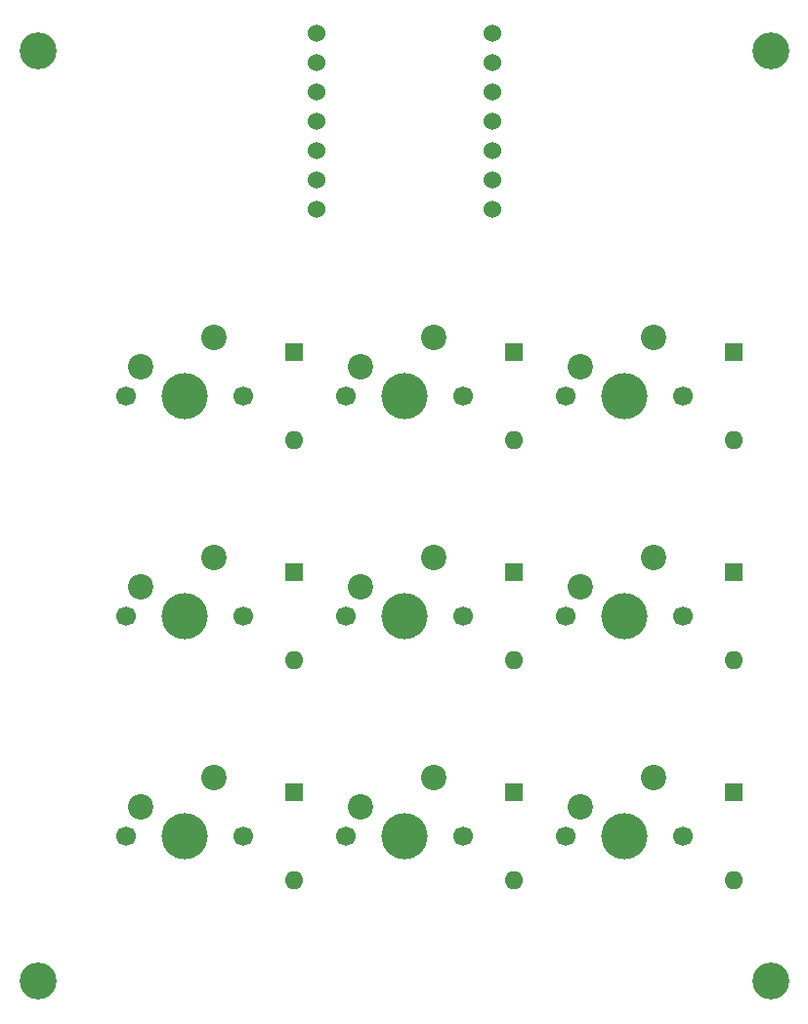
<source format=gbr>
%TF.GenerationSoftware,KiCad,Pcbnew,8.0.8*%
%TF.CreationDate,2025-02-15T18:33:02+00:00*%
%TF.ProjectId,kawaiipad_pcb,6b617761-6969-4706-9164-5f7063622e6b,rev?*%
%TF.SameCoordinates,Original*%
%TF.FileFunction,Soldermask,Bot*%
%TF.FilePolarity,Negative*%
%FSLAX46Y46*%
G04 Gerber Fmt 4.6, Leading zero omitted, Abs format (unit mm)*
G04 Created by KiCad (PCBNEW 8.0.8) date 2025-02-15 18:33:02*
%MOMM*%
%LPD*%
G01*
G04 APERTURE LIST*
%ADD10C,3.200000*%
%ADD11C,1.700000*%
%ADD12C,4.000000*%
%ADD13C,2.200000*%
%ADD14C,1.524000*%
%ADD15R,1.600000X1.600000*%
%ADD16O,1.600000X1.600000*%
G04 APERTURE END LIST*
D10*
%TO.C,REF\u002A\u002A*%
X186500000Y-53500000D03*
%TD*%
%TO.C,REF\u002A\u002A*%
X186500000Y-134000000D03*
%TD*%
%TO.C,REF\u002A\u002A*%
X123000000Y-134000000D03*
%TD*%
%TO.C,REF\u002A\u002A*%
X123000000Y-53500000D03*
%TD*%
D11*
%TO.C,SW7*%
X130651250Y-121443750D03*
D12*
X135731250Y-121443750D03*
D11*
X140811250Y-121443750D03*
D13*
X138271250Y-116363750D03*
X131921250Y-118903750D03*
%TD*%
D14*
%TO.C,U1*%
X147161250Y-51911250D03*
X147161250Y-54451250D03*
X147161250Y-56991250D03*
X147161250Y-59531250D03*
X147161250Y-62071250D03*
X147161250Y-64611250D03*
X147161250Y-67151250D03*
X162401250Y-67151250D03*
X162401250Y-64611250D03*
X162401250Y-62071250D03*
X162401250Y-59531250D03*
X162401250Y-56991250D03*
X162401250Y-54451250D03*
X162401250Y-51911250D03*
%TD*%
D11*
%TO.C,SW8*%
X149701250Y-121443750D03*
D12*
X154781250Y-121443750D03*
D11*
X159861250Y-121443750D03*
D13*
X157321250Y-116363750D03*
X150971250Y-118903750D03*
%TD*%
D11*
%TO.C,SW3*%
X168751250Y-83343750D03*
D12*
X173831250Y-83343750D03*
D11*
X178911250Y-83343750D03*
D13*
X176371250Y-78263750D03*
X170021250Y-80803750D03*
%TD*%
D11*
%TO.C,SW6*%
X168751250Y-102393750D03*
D12*
X173831250Y-102393750D03*
D11*
X178911250Y-102393750D03*
D13*
X176371250Y-97313750D03*
X170021250Y-99853750D03*
%TD*%
D11*
%TO.C,SW4*%
X130651250Y-102393750D03*
D12*
X135731250Y-102393750D03*
D11*
X140811250Y-102393750D03*
D13*
X138271250Y-97313750D03*
X131921250Y-99853750D03*
%TD*%
D11*
%TO.C,SW2*%
X149701250Y-83343750D03*
D12*
X154781250Y-83343750D03*
D11*
X159861250Y-83343750D03*
D13*
X157321250Y-78263750D03*
X150971250Y-80803750D03*
%TD*%
D11*
%TO.C,SW9*%
X168751250Y-121443750D03*
D12*
X173831250Y-121443750D03*
D11*
X178911250Y-121443750D03*
D13*
X176371250Y-116363750D03*
X170021250Y-118903750D03*
%TD*%
D11*
%TO.C,SW1*%
X130651250Y-83343750D03*
D12*
X135731250Y-83343750D03*
D11*
X140811250Y-83343750D03*
D13*
X138271250Y-78263750D03*
X131921250Y-80803750D03*
%TD*%
D11*
%TO.C,SW5*%
X149701250Y-102393750D03*
D12*
X154781250Y-102393750D03*
D11*
X159861250Y-102393750D03*
D13*
X157321250Y-97313750D03*
X150971250Y-99853750D03*
%TD*%
D15*
%TO.C,D9*%
X183356250Y-117633750D03*
D16*
X183356250Y-125253750D03*
%TD*%
D15*
%TO.C,D5*%
X164306250Y-98583750D03*
D16*
X164306250Y-106203750D03*
%TD*%
D15*
%TO.C,D1*%
X145256250Y-79533750D03*
D16*
X145256250Y-87153750D03*
%TD*%
D15*
%TO.C,D4*%
X145256250Y-98583750D03*
D16*
X145256250Y-106203750D03*
%TD*%
D15*
%TO.C,D7*%
X145256250Y-117633750D03*
D16*
X145256250Y-125253750D03*
%TD*%
%TO.C,D3*%
X183356250Y-87153750D03*
D15*
X183356250Y-79533750D03*
%TD*%
%TO.C,D6*%
X183356250Y-98583750D03*
D16*
X183356250Y-106203750D03*
%TD*%
D15*
%TO.C,D8*%
X164306250Y-117633750D03*
D16*
X164306250Y-125253750D03*
%TD*%
D15*
%TO.C,D2*%
X164306250Y-79533750D03*
D16*
X164306250Y-87153750D03*
%TD*%
M02*

</source>
